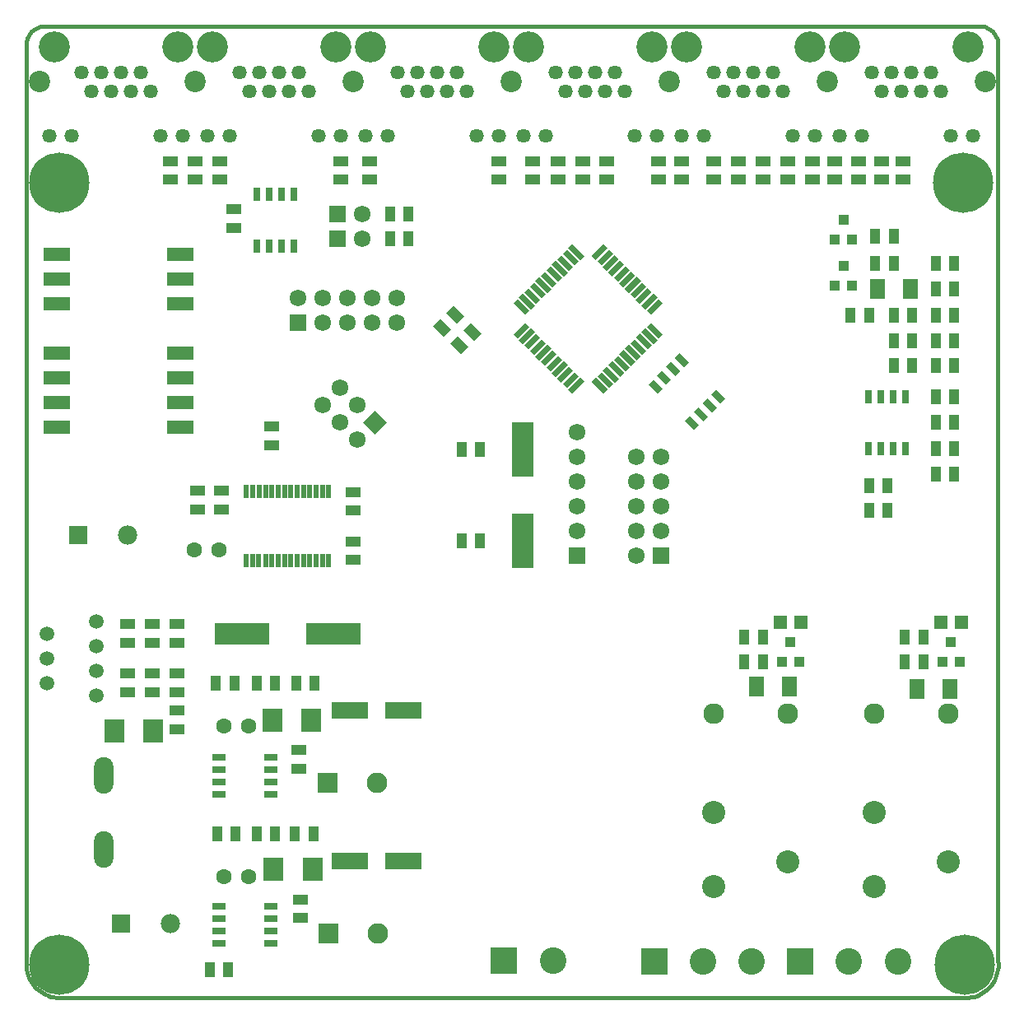
<source format=gts>
G04 (created by PCBNEW-RS274X (2010-12-18 BZR 2669)-stable) date 2011-01-01T22:16:00 CET*
G01*
G70*
G90*
%MOIN*%
G04 Gerber Fmt 3.4, Leading zero omitted, Abs format*
%FSLAX34Y34*%
G04 APERTURE LIST*
%ADD10C,0.006000*%
%ADD11C,0.015000*%
%ADD12R,0.077800X0.077800*%
%ADD13C,0.077800*%
%ADD14C,0.067800*%
%ADD15R,0.067800X0.067800*%
%ADD16R,0.086500X0.224300*%
%ADD17R,0.042800X0.062800*%
%ADD18R,0.027800X0.052800*%
%ADD19R,0.043800X0.043800*%
%ADD20R,0.078700X0.094400*%
%ADD21R,0.082800X0.082800*%
%ADD22C,0.082800*%
%ADD23C,0.062800*%
%ADD24R,0.062800X0.042800*%
%ADD25R,0.055000X0.055000*%
%ADD26R,0.023800X0.057800*%
%ADD27R,0.149500X0.070800*%
%ADD28R,0.224300X0.086500*%
%ADD29R,0.052800X0.027800*%
%ADD30R,0.107800X0.057800*%
%ADD31C,0.244000*%
%ADD32R,0.062900X0.078600*%
%ADD33C,0.086500*%
%ADD34C,0.057800*%
%ADD35C,0.125900*%
%ADD36C,0.083800*%
%ADD37C,0.093700*%
%ADD38C,0.059800*%
%ADD39O,0.078300X0.148800*%
%ADD40R,0.107800X0.107800*%
%ADD41C,0.107800*%
G04 APERTURE END LIST*
G54D10*
G54D11*
X00850Y-39900D02*
X00850Y-02550D01*
X39000Y-41150D02*
X02300Y-41150D01*
X40200Y-02550D02*
X40200Y-39650D01*
X01600Y-01800D02*
X39450Y-01800D01*
X01600Y-01800D02*
X01535Y-01803D01*
X01470Y-01812D01*
X01406Y-01826D01*
X01344Y-01846D01*
X01284Y-01871D01*
X01226Y-01901D01*
X01170Y-01936D01*
X01118Y-01976D01*
X01070Y-02020D01*
X01026Y-02068D01*
X00986Y-02120D01*
X00951Y-02176D01*
X00921Y-02234D01*
X00896Y-02294D01*
X00876Y-02356D01*
X00862Y-02420D01*
X00853Y-02485D01*
X00850Y-02550D01*
X40200Y-02550D02*
X40197Y-02485D01*
X40188Y-02420D01*
X40174Y-02356D01*
X40154Y-02294D01*
X40129Y-02234D01*
X40099Y-02176D01*
X40064Y-02120D01*
X40024Y-02068D01*
X39980Y-02020D01*
X39932Y-01976D01*
X39880Y-01936D01*
X39825Y-01901D01*
X39766Y-01871D01*
X39706Y-01846D01*
X39644Y-01826D01*
X39580Y-01812D01*
X39515Y-01803D01*
X39450Y-01800D01*
X38999Y-41149D02*
X39116Y-41131D01*
X39231Y-41103D01*
X39343Y-41065D01*
X39451Y-41017D01*
X39555Y-40960D01*
X39653Y-40894D01*
X39746Y-40820D01*
X39831Y-40738D01*
X39909Y-40649D01*
X39979Y-40553D01*
X40041Y-40452D01*
X40093Y-40345D01*
X40136Y-40235D01*
X40169Y-40121D01*
X40192Y-40005D01*
X40205Y-39887D01*
X40207Y-39770D01*
X40199Y-39651D01*
X00851Y-39899D02*
X00865Y-40016D01*
X00889Y-40131D01*
X00923Y-40244D01*
X00966Y-40354D01*
X01019Y-40460D01*
X01081Y-40560D01*
X01152Y-40655D01*
X01231Y-40743D01*
X01316Y-40824D01*
X01409Y-40897D01*
X01508Y-40962D01*
X01612Y-41018D01*
X01720Y-41064D01*
X01832Y-41101D01*
X01947Y-41129D01*
X02064Y-41146D01*
X02182Y-41152D01*
X02299Y-41149D01*
G54D12*
X04700Y-38150D03*
G54D13*
X06700Y-38150D03*
G54D12*
X02950Y-22400D03*
G54D13*
X04950Y-22400D03*
G54D10*
G36*
X22165Y-12383D02*
X21685Y-11903D01*
X21853Y-11735D01*
X22333Y-12215D01*
X22165Y-12383D01*
X22165Y-12383D01*
G37*
G36*
X21942Y-12606D02*
X21462Y-12126D01*
X21630Y-11958D01*
X22110Y-12438D01*
X21942Y-12606D01*
X21942Y-12606D01*
G37*
G36*
X21720Y-12828D02*
X21240Y-12348D01*
X21408Y-12180D01*
X21888Y-12660D01*
X21720Y-12828D01*
X21720Y-12828D01*
G37*
G36*
X21497Y-13051D02*
X21017Y-12571D01*
X21185Y-12403D01*
X21665Y-12883D01*
X21497Y-13051D01*
X21497Y-13051D01*
G37*
G36*
X21274Y-13274D02*
X20794Y-12794D01*
X20962Y-12626D01*
X21442Y-13106D01*
X21274Y-13274D01*
X21274Y-13274D01*
G37*
G36*
X21051Y-13497D02*
X20571Y-13017D01*
X20739Y-12849D01*
X21219Y-13329D01*
X21051Y-13497D01*
X21051Y-13497D01*
G37*
G36*
X22388Y-12160D02*
X21908Y-11680D01*
X22076Y-11512D01*
X22556Y-11992D01*
X22388Y-12160D01*
X22388Y-12160D01*
G37*
G36*
X22610Y-11938D02*
X22130Y-11458D01*
X22298Y-11290D01*
X22778Y-11770D01*
X22610Y-11938D01*
X22610Y-11938D01*
G37*
G36*
X22833Y-11715D02*
X22353Y-11235D01*
X22521Y-11067D01*
X23001Y-11547D01*
X22833Y-11715D01*
X22833Y-11715D01*
G37*
G36*
X23056Y-11492D02*
X22576Y-11012D01*
X22744Y-10844D01*
X23224Y-11324D01*
X23056Y-11492D01*
X23056Y-11492D01*
G37*
G36*
X23279Y-11269D02*
X22799Y-10789D01*
X22967Y-10621D01*
X23447Y-11101D01*
X23279Y-11269D01*
X23279Y-11269D01*
G37*
G36*
X25347Y-15565D02*
X24867Y-15085D01*
X25035Y-14917D01*
X25515Y-15397D01*
X25347Y-15565D01*
X25347Y-15565D01*
G37*
G36*
X25124Y-15788D02*
X24644Y-15308D01*
X24812Y-15140D01*
X25292Y-15620D01*
X25124Y-15788D01*
X25124Y-15788D01*
G37*
G36*
X24902Y-16010D02*
X24422Y-15530D01*
X24590Y-15362D01*
X25070Y-15842D01*
X24902Y-16010D01*
X24902Y-16010D01*
G37*
G36*
X24679Y-16233D02*
X24199Y-15753D01*
X24367Y-15585D01*
X24847Y-16065D01*
X24679Y-16233D01*
X24679Y-16233D01*
G37*
G36*
X24456Y-16456D02*
X23976Y-15976D01*
X24144Y-15808D01*
X24624Y-16288D01*
X24456Y-16456D01*
X24456Y-16456D01*
G37*
G36*
X24233Y-16679D02*
X23753Y-16199D01*
X23921Y-16031D01*
X24401Y-16511D01*
X24233Y-16679D01*
X24233Y-16679D01*
G37*
G36*
X25570Y-15342D02*
X25090Y-14862D01*
X25258Y-14694D01*
X25738Y-15174D01*
X25570Y-15342D01*
X25570Y-15342D01*
G37*
G36*
X25792Y-15120D02*
X25312Y-14640D01*
X25480Y-14472D01*
X25960Y-14952D01*
X25792Y-15120D01*
X25792Y-15120D01*
G37*
G36*
X26015Y-14897D02*
X25535Y-14417D01*
X25703Y-14249D01*
X26183Y-14729D01*
X26015Y-14897D01*
X26015Y-14897D01*
G37*
G36*
X26238Y-14674D02*
X25758Y-14194D01*
X25926Y-14026D01*
X26406Y-14506D01*
X26238Y-14674D01*
X26238Y-14674D01*
G37*
G36*
X26461Y-14451D02*
X25981Y-13971D01*
X26149Y-13803D01*
X26629Y-14283D01*
X26461Y-14451D01*
X26461Y-14451D01*
G37*
G36*
X21853Y-15565D02*
X21685Y-15397D01*
X22165Y-14917D01*
X22333Y-15085D01*
X21853Y-15565D01*
X21853Y-15565D01*
G37*
G36*
X25035Y-12383D02*
X24867Y-12215D01*
X25347Y-11735D01*
X25515Y-11903D01*
X25035Y-12383D01*
X25035Y-12383D01*
G37*
G36*
X22076Y-15788D02*
X21908Y-15620D01*
X22388Y-15140D01*
X22556Y-15308D01*
X22076Y-15788D01*
X22076Y-15788D01*
G37*
G36*
X25258Y-12606D02*
X25090Y-12438D01*
X25570Y-11958D01*
X25738Y-12126D01*
X25258Y-12606D01*
X25258Y-12606D01*
G37*
G36*
X25480Y-12828D02*
X25312Y-12660D01*
X25792Y-12180D01*
X25960Y-12348D01*
X25480Y-12828D01*
X25480Y-12828D01*
G37*
G36*
X22298Y-16010D02*
X22130Y-15842D01*
X22610Y-15362D01*
X22778Y-15530D01*
X22298Y-16010D01*
X22298Y-16010D01*
G37*
G36*
X22521Y-16233D02*
X22353Y-16065D01*
X22833Y-15585D01*
X23001Y-15753D01*
X22521Y-16233D01*
X22521Y-16233D01*
G37*
G36*
X25703Y-13051D02*
X25535Y-12883D01*
X26015Y-12403D01*
X26183Y-12571D01*
X25703Y-13051D01*
X25703Y-13051D01*
G37*
G36*
X25926Y-13274D02*
X25758Y-13106D01*
X26238Y-12626D01*
X26406Y-12794D01*
X25926Y-13274D01*
X25926Y-13274D01*
G37*
G36*
X22744Y-16456D02*
X22576Y-16288D01*
X23056Y-15808D01*
X23224Y-15976D01*
X22744Y-16456D01*
X22744Y-16456D01*
G37*
G36*
X22967Y-16679D02*
X22799Y-16511D01*
X23279Y-16031D01*
X23447Y-16199D01*
X22967Y-16679D01*
X22967Y-16679D01*
G37*
G36*
X26149Y-13497D02*
X25981Y-13329D01*
X26461Y-12849D01*
X26629Y-13017D01*
X26149Y-13497D01*
X26149Y-13497D01*
G37*
G36*
X24812Y-12160D02*
X24644Y-11992D01*
X25124Y-11512D01*
X25292Y-11680D01*
X24812Y-12160D01*
X24812Y-12160D01*
G37*
G36*
X21630Y-15342D02*
X21462Y-15174D01*
X21942Y-14694D01*
X22110Y-14862D01*
X21630Y-15342D01*
X21630Y-15342D01*
G37*
G36*
X21408Y-15120D02*
X21240Y-14952D01*
X21720Y-14472D01*
X21888Y-14640D01*
X21408Y-15120D01*
X21408Y-15120D01*
G37*
G36*
X24590Y-11938D02*
X24422Y-11770D01*
X24902Y-11290D01*
X25070Y-11458D01*
X24590Y-11938D01*
X24590Y-11938D01*
G37*
G36*
X24367Y-11715D02*
X24199Y-11547D01*
X24679Y-11067D01*
X24847Y-11235D01*
X24367Y-11715D01*
X24367Y-11715D01*
G37*
G36*
X21185Y-14897D02*
X21017Y-14729D01*
X21497Y-14249D01*
X21665Y-14417D01*
X21185Y-14897D01*
X21185Y-14897D01*
G37*
G36*
X20962Y-14674D02*
X20794Y-14506D01*
X21274Y-14026D01*
X21442Y-14194D01*
X20962Y-14674D01*
X20962Y-14674D01*
G37*
G36*
X24144Y-11492D02*
X23976Y-11324D01*
X24456Y-10844D01*
X24624Y-11012D01*
X24144Y-11492D01*
X24144Y-11492D01*
G37*
G36*
X23921Y-11269D02*
X23753Y-11101D01*
X24233Y-10621D01*
X24401Y-10789D01*
X23921Y-11269D01*
X23921Y-11269D01*
G37*
G36*
X20739Y-14451D02*
X20571Y-14283D01*
X21051Y-13803D01*
X21219Y-13971D01*
X20739Y-14451D01*
X20739Y-14451D01*
G37*
G36*
X15440Y-17854D02*
X14961Y-18333D01*
X14482Y-17854D01*
X14961Y-17375D01*
X15440Y-17854D01*
X15440Y-17854D01*
G37*
G54D14*
X14254Y-18561D03*
X14254Y-17146D03*
X13546Y-17854D03*
X13546Y-16439D03*
X12839Y-17146D03*
G54D15*
X26550Y-23250D03*
G54D14*
X25550Y-23250D03*
X26550Y-22250D03*
X25550Y-22250D03*
X26550Y-21250D03*
X25550Y-21250D03*
X26550Y-20250D03*
X25550Y-20250D03*
X26550Y-19250D03*
X25550Y-19250D03*
G54D16*
X20950Y-22650D03*
X20950Y-18950D03*
G54D17*
X19225Y-22650D03*
X18475Y-22650D03*
X19225Y-18950D03*
X18475Y-18950D03*
X35725Y-20400D03*
X34975Y-20400D03*
X38425Y-16800D03*
X37675Y-16800D03*
X34975Y-21400D03*
X35725Y-21400D03*
X36725Y-15550D03*
X35975Y-15550D03*
X37675Y-17850D03*
X38425Y-17850D03*
X37675Y-14550D03*
X38425Y-14550D03*
X34225Y-13500D03*
X34975Y-13500D03*
X37675Y-13500D03*
X38425Y-13500D03*
X35225Y-11400D03*
X35975Y-11400D03*
X37675Y-19950D03*
X38425Y-19950D03*
X36725Y-14550D03*
X35975Y-14550D03*
X37675Y-15550D03*
X38425Y-15550D03*
X35975Y-13500D03*
X36725Y-13500D03*
X37675Y-12450D03*
X38425Y-12450D03*
X37675Y-11400D03*
X38425Y-11400D03*
G54D18*
X36450Y-18900D03*
X36450Y-16800D03*
X35950Y-18900D03*
X35450Y-18900D03*
X34950Y-18900D03*
X35950Y-16800D03*
X35450Y-16800D03*
X34950Y-16800D03*
G54D19*
X34300Y-12300D03*
X33600Y-12300D03*
X33950Y-11500D03*
X34300Y-10450D03*
X33600Y-10450D03*
X33950Y-09650D03*
G54D20*
X05990Y-30350D03*
X04410Y-30350D03*
G54D21*
X13100Y-38550D03*
G54D22*
X15100Y-38550D03*
G54D23*
X08850Y-36250D03*
X09850Y-36250D03*
G54D24*
X32700Y-07275D03*
X32700Y-08025D03*
X27400Y-07275D03*
X27400Y-08025D03*
X26450Y-07275D03*
X26450Y-08025D03*
G54D17*
X10925Y-34500D03*
X10175Y-34500D03*
X09325Y-34500D03*
X08575Y-34500D03*
G54D24*
X06950Y-28775D03*
X06950Y-28025D03*
X06950Y-30275D03*
X06950Y-29525D03*
X04950Y-28025D03*
X04950Y-28775D03*
X05950Y-26025D03*
X05950Y-26775D03*
X36350Y-07275D03*
X36350Y-08025D03*
X35500Y-07275D03*
X35500Y-08025D03*
X34550Y-07275D03*
X34550Y-08025D03*
X33600Y-07275D03*
X33600Y-08025D03*
X31700Y-07275D03*
X31700Y-08025D03*
X30700Y-07275D03*
X30700Y-08025D03*
X29700Y-07275D03*
X29700Y-08025D03*
X28700Y-07275D03*
X28700Y-08025D03*
X24350Y-07275D03*
X24350Y-08025D03*
X23400Y-07275D03*
X23400Y-08025D03*
X22400Y-07275D03*
X22400Y-08025D03*
X21350Y-07275D03*
X21350Y-08025D03*
X06950Y-26025D03*
X06950Y-26775D03*
X05950Y-28775D03*
X05950Y-28025D03*
X04950Y-26025D03*
X04950Y-26775D03*
X11950Y-37925D03*
X11950Y-37175D03*
G54D17*
X09025Y-40000D03*
X08275Y-40000D03*
X12475Y-34500D03*
X11725Y-34500D03*
X37675Y-18900D03*
X38425Y-18900D03*
X36425Y-26550D03*
X37175Y-26550D03*
X36425Y-27550D03*
X37175Y-27550D03*
X29925Y-26550D03*
X30675Y-26550D03*
X29925Y-27550D03*
X30675Y-27550D03*
G54D19*
X38650Y-27550D03*
X37950Y-27550D03*
X38300Y-26750D03*
X32150Y-27550D03*
X31450Y-27550D03*
X31800Y-26750D03*
G54D25*
X37887Y-25950D03*
X38713Y-25950D03*
X31387Y-25950D03*
X32213Y-25950D03*
G54D26*
X13100Y-20650D03*
X12850Y-20650D03*
X12590Y-20650D03*
X12330Y-20650D03*
X12080Y-20650D03*
X11820Y-20650D03*
X11560Y-20650D03*
X11310Y-20650D03*
X11050Y-20650D03*
X10800Y-20650D03*
X10540Y-20650D03*
X10280Y-20650D03*
X10030Y-20650D03*
X09770Y-20650D03*
X09770Y-23450D03*
X10030Y-23450D03*
X10270Y-23450D03*
X10540Y-23450D03*
X10800Y-23450D03*
X11050Y-23450D03*
X11310Y-23450D03*
X11560Y-23450D03*
X11820Y-23450D03*
X12080Y-23450D03*
X12330Y-23450D03*
X12590Y-23450D03*
X12850Y-23450D03*
X13100Y-23450D03*
G54D27*
X16133Y-29500D03*
X13967Y-29500D03*
G54D20*
X10810Y-29900D03*
X12390Y-29900D03*
G54D21*
X13050Y-32450D03*
G54D22*
X15050Y-32450D03*
G54D15*
X23150Y-23250D03*
G54D14*
X23150Y-22250D03*
X23150Y-21250D03*
X23150Y-20250D03*
X23150Y-19250D03*
X23150Y-18250D03*
G54D15*
X13450Y-10400D03*
G54D14*
X14450Y-10400D03*
G54D15*
X13450Y-09400D03*
G54D14*
X14450Y-09400D03*
G54D28*
X13300Y-26400D03*
X09600Y-26400D03*
G54D23*
X08650Y-23000D03*
X07650Y-23000D03*
G54D17*
X16325Y-10400D03*
X15575Y-10400D03*
X16325Y-09400D03*
X15575Y-09400D03*
G54D24*
X20000Y-08025D03*
X20000Y-07275D03*
X14750Y-08025D03*
X14750Y-07275D03*
X08700Y-08025D03*
X08700Y-07275D03*
X13600Y-08025D03*
X13600Y-07275D03*
G54D17*
X10925Y-28400D03*
X10175Y-28400D03*
X09275Y-28400D03*
X08525Y-28400D03*
G54D24*
X06700Y-07275D03*
X06700Y-08025D03*
X07700Y-07275D03*
X07700Y-08025D03*
X10800Y-18025D03*
X10800Y-18775D03*
X08750Y-20625D03*
X08750Y-21375D03*
X07800Y-20625D03*
X07800Y-21375D03*
X14100Y-23425D03*
X14100Y-22675D03*
G54D17*
X12525Y-28400D03*
X11775Y-28400D03*
G54D24*
X11900Y-31875D03*
X11900Y-31125D03*
X14100Y-20675D03*
X14100Y-21425D03*
G54D10*
G36*
X26415Y-16673D02*
X26042Y-16300D01*
X26239Y-16103D01*
X26612Y-16476D01*
X26415Y-16673D01*
X26415Y-16673D01*
G37*
G36*
X27900Y-18158D02*
X27527Y-17785D01*
X27724Y-17588D01*
X28097Y-17961D01*
X27900Y-18158D01*
X27900Y-18158D01*
G37*
G36*
X26769Y-16319D02*
X26396Y-15946D01*
X26593Y-15749D01*
X26966Y-16122D01*
X26769Y-16319D01*
X26769Y-16319D01*
G37*
G36*
X27122Y-15966D02*
X26749Y-15593D01*
X26946Y-15396D01*
X27319Y-15769D01*
X27122Y-15966D01*
X27122Y-15966D01*
G37*
G36*
X27476Y-15612D02*
X27103Y-15239D01*
X27300Y-15042D01*
X27673Y-15415D01*
X27476Y-15612D01*
X27476Y-15612D01*
G37*
G36*
X28254Y-17804D02*
X27881Y-17431D01*
X28078Y-17234D01*
X28451Y-17607D01*
X28254Y-17804D01*
X28254Y-17804D01*
G37*
G36*
X28607Y-17451D02*
X28234Y-17078D01*
X28431Y-16881D01*
X28804Y-17254D01*
X28607Y-17451D01*
X28607Y-17451D01*
G37*
G36*
X28961Y-17097D02*
X28588Y-16724D01*
X28785Y-16527D01*
X29158Y-16900D01*
X28961Y-17097D01*
X28961Y-17097D01*
G37*
G54D18*
X10200Y-08600D03*
X10200Y-10700D03*
X10700Y-08600D03*
X11200Y-08600D03*
X11700Y-08600D03*
X10700Y-10700D03*
X11200Y-10700D03*
X11700Y-10700D03*
G54D29*
X08650Y-32900D03*
X10750Y-32900D03*
X08650Y-32400D03*
X08650Y-31900D03*
X08650Y-31400D03*
X10750Y-32400D03*
X10750Y-31900D03*
X10750Y-31400D03*
G54D27*
X16133Y-35600D03*
X13967Y-35600D03*
G54D30*
X07100Y-18050D03*
X07100Y-17050D03*
X07100Y-16050D03*
X07100Y-15050D03*
X07100Y-13050D03*
X07100Y-12050D03*
X07100Y-11050D03*
X02100Y-11050D03*
X02100Y-12050D03*
X02100Y-13050D03*
X02100Y-15050D03*
X02100Y-16050D03*
X02100Y-17050D03*
X02100Y-18050D03*
G54D23*
X08850Y-30150D03*
X09850Y-30150D03*
G54D31*
X38800Y-08150D03*
X38850Y-39800D03*
X02200Y-39800D03*
X02200Y-08150D03*
G54D32*
X38269Y-28650D03*
X36931Y-28650D03*
X31769Y-28550D03*
X30431Y-28550D03*
X35331Y-12450D03*
X36669Y-12450D03*
G54D29*
X08650Y-38950D03*
X10750Y-38950D03*
X08650Y-38450D03*
X08650Y-37950D03*
X08650Y-37450D03*
X10750Y-38450D03*
X10750Y-37950D03*
X10750Y-37450D03*
G54D20*
X10860Y-35950D03*
X12440Y-35950D03*
G54D17*
X35225Y-10300D03*
X35975Y-10300D03*
G54D24*
X09250Y-09225D03*
X09250Y-09975D03*
G54D33*
X01400Y-04050D03*
G54D34*
X22300Y-03689D03*
X22700Y-04453D03*
X23100Y-03689D03*
X23500Y-04453D03*
X23900Y-03689D03*
X24300Y-04453D03*
X24700Y-03689D03*
X25100Y-04453D03*
X21000Y-06250D03*
X21900Y-06250D03*
X25500Y-06250D03*
X26400Y-06250D03*
G54D35*
X26200Y-02650D03*
X21200Y-02650D03*
G54D33*
X26900Y-04050D03*
G54D34*
X28700Y-03689D03*
X29100Y-04453D03*
X29500Y-03689D03*
X29900Y-04453D03*
X30300Y-03689D03*
X30700Y-04453D03*
X31100Y-03689D03*
X31500Y-04453D03*
X27400Y-06250D03*
X28300Y-06250D03*
X31900Y-06250D03*
X32800Y-06250D03*
G54D35*
X32600Y-02650D03*
X27600Y-02650D03*
G54D33*
X33300Y-04050D03*
G54D34*
X35100Y-03689D03*
X35500Y-04453D03*
X35900Y-03689D03*
X36300Y-04453D03*
X36700Y-03689D03*
X37100Y-04453D03*
X37500Y-03689D03*
X37900Y-04453D03*
X33800Y-06250D03*
X34700Y-06250D03*
X38300Y-06250D03*
X39200Y-06250D03*
G54D35*
X39000Y-02650D03*
X34000Y-02650D03*
G54D33*
X39700Y-04050D03*
G54D34*
X15900Y-03689D03*
X16300Y-04453D03*
X16700Y-03689D03*
X17100Y-04453D03*
X17500Y-03689D03*
X17900Y-04453D03*
X18300Y-03689D03*
X18700Y-04453D03*
X14600Y-06250D03*
X15500Y-06250D03*
X19100Y-06250D03*
X20000Y-06250D03*
G54D35*
X19800Y-02650D03*
X14800Y-02650D03*
G54D33*
X20500Y-04050D03*
G54D34*
X09500Y-03689D03*
X09900Y-04453D03*
X10300Y-03689D03*
X10700Y-04453D03*
X11100Y-03689D03*
X11500Y-04453D03*
X11900Y-03689D03*
X12300Y-04453D03*
X08200Y-06250D03*
X09100Y-06250D03*
X12700Y-06250D03*
X13600Y-06250D03*
G54D35*
X13400Y-02650D03*
X08400Y-02650D03*
G54D33*
X14100Y-04050D03*
G54D34*
X03100Y-03689D03*
X03500Y-04453D03*
X03900Y-03689D03*
X04300Y-04453D03*
X04700Y-03689D03*
X05100Y-04453D03*
X05500Y-03689D03*
X05900Y-04453D03*
X01800Y-06250D03*
X02700Y-06250D03*
X06300Y-06250D03*
X07200Y-06250D03*
G54D35*
X07000Y-02650D03*
X02000Y-02650D03*
G54D33*
X07700Y-04050D03*
G54D36*
X28700Y-29650D03*
G54D37*
X28700Y-33650D03*
X28700Y-36650D03*
X31700Y-35650D03*
G54D36*
X31700Y-29650D03*
X35200Y-29650D03*
G54D37*
X35200Y-33650D03*
X35200Y-36650D03*
X38200Y-35650D03*
G54D36*
X38200Y-29650D03*
G54D38*
X03700Y-28900D03*
X01700Y-28400D03*
X03700Y-27900D03*
X01700Y-27400D03*
X03700Y-26900D03*
X01700Y-26400D03*
X03700Y-25900D03*
G54D39*
X04000Y-32150D03*
X04000Y-35150D03*
G54D15*
X11850Y-13800D03*
G54D14*
X11850Y-12800D03*
X12850Y-13800D03*
X12850Y-12800D03*
X13850Y-13800D03*
X13850Y-12800D03*
X14850Y-13800D03*
X14850Y-12800D03*
X15850Y-13800D03*
X15850Y-12800D03*
G54D10*
G36*
X18844Y-13812D02*
X19288Y-14256D01*
X18986Y-14558D01*
X18542Y-14114D01*
X18844Y-13812D01*
X18844Y-13812D01*
G37*
G36*
X18314Y-14342D02*
X18758Y-14786D01*
X18456Y-15088D01*
X18012Y-14644D01*
X18314Y-14342D01*
X18314Y-14342D01*
G37*
G36*
X18144Y-13112D02*
X18588Y-13556D01*
X18286Y-13858D01*
X17842Y-13414D01*
X18144Y-13112D01*
X18144Y-13112D01*
G37*
G36*
X17614Y-13642D02*
X18058Y-14086D01*
X17756Y-14388D01*
X17312Y-13944D01*
X17614Y-13642D01*
X17614Y-13642D01*
G37*
G54D40*
X26294Y-39685D03*
G54D41*
X28263Y-39685D03*
X30232Y-39685D03*
G54D40*
X32200Y-39685D03*
G54D41*
X34169Y-39685D03*
X36138Y-39685D03*
G54D40*
X20200Y-39650D03*
G54D41*
X22200Y-39650D03*
M02*

</source>
